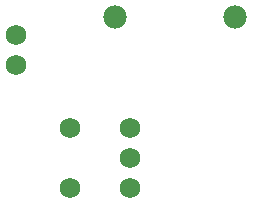
<source format=gbs>
G04 Layer: BottomSolderMaskLayer*
G04 EasyEDA v6.5.44, 2024-08-04 20:28:30*
G04 8295df91b2f84a2d9169b475f636a574,b0d0efe6ac584fe99c24f131b36d675a,10*
G04 Gerber Generator version 0.2*
G04 Scale: 100 percent, Rotated: No, Reflected: No *
G04 Dimensions in millimeters *
G04 leading zeros omitted , absolute positions ,4 integer and 5 decimal *
%FSLAX45Y45*%
%MOMM*%

%ADD10C,1.7526*%
%ADD11C,1.9812*%
%ADD12C,1.7516*%

%LPD*%
D10*
G01*
X1231900Y4241800D03*
G01*
X1231900Y4495800D03*
D11*
G01*
X3086100Y4648200D03*
G01*
X2070100Y4648200D03*
D12*
G01*
X2197100Y3200400D03*
G01*
X2197100Y3454400D03*
G01*
X2197100Y3708400D03*
G01*
X1689100Y3708400D03*
G01*
X1689100Y3200400D03*
M02*

</source>
